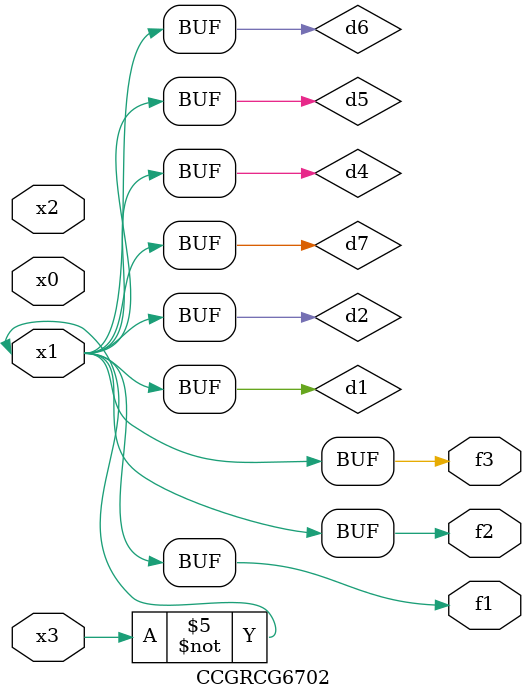
<source format=v>
module CCGRCG6702(
	input x0, x1, x2, x3,
	output f1, f2, f3
);

	wire d1, d2, d3, d4, d5, d6, d7;

	not (d1, x3);
	buf (d2, x1);
	xnor (d3, d1, d2);
	nor (d4, d1);
	buf (d5, d1, d2);
	buf (d6, d4, d5);
	nand (d7, d4);
	assign f1 = d6;
	assign f2 = d7;
	assign f3 = d6;
endmodule

</source>
